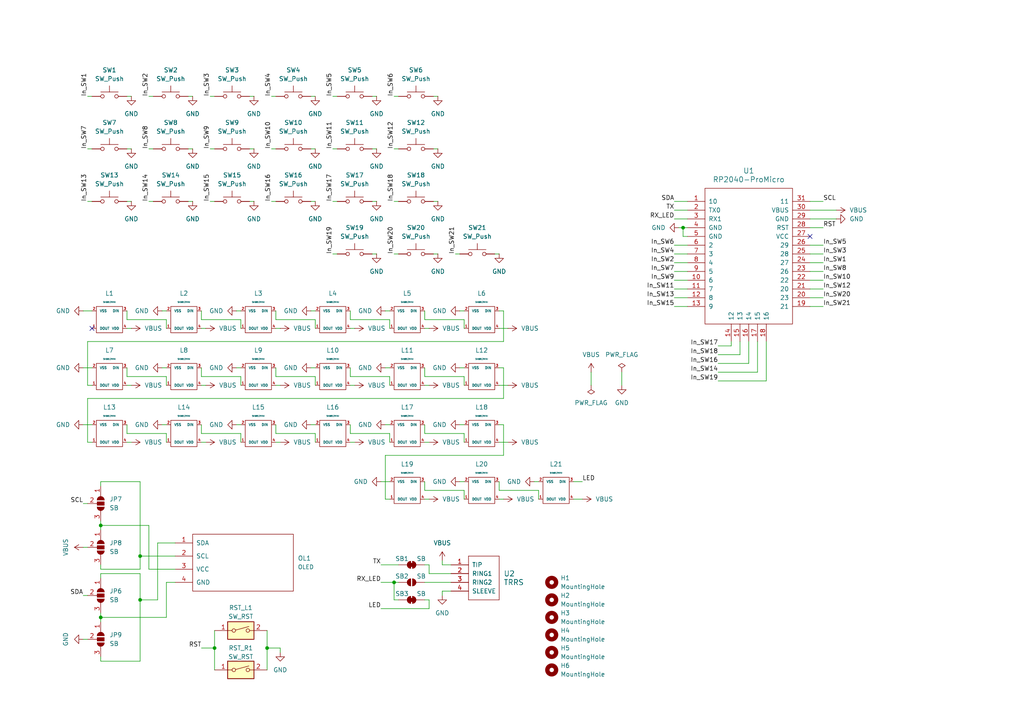
<source format=kicad_sch>
(kicad_sch (version 20231120) (generator "eeschema") (generator_version "8.0")
  (paper "A4")
  (junction (at 77.47 187.96))
  (junction (at 29.21 179.07))
  (junction (at 62.23 187.96))
  (junction (at 40.64 173.99))
  (junction (at 40.64 161.29))
  (junction (at 29.21 152.4))
  (junction (at 114.3 168.91))
  (junction (at 198.12 66.04))
  (no_connect (at 234.95 68.58))
  (no_connect (at 26.67 95.25))
  (wire (pts (xy 134.62 125.73) (xy 134.62 128.27)))
  (wire (pts (xy 29.21 167.64) (xy 29.21 166.37)))
  (wire (pts (xy 69.85 92.71) (xy 69.85 95.25)))
  (wire (pts (xy 24.13 106.68) (xy 26.67 106.68)))
  (wire (pts (xy 43.18 43.18) (xy 44.45 43.18)))
  (wire (pts (xy 124.46 166.37) (xy 130.81 166.37)))
  (wire (pts (xy 101.6 111.76) (xy 102.87 111.76)))
  (wire (pts (xy 46.99 90.17) (xy 48.26 90.17)))
  (wire (pts (xy 180.34 107.95) (xy 180.34 111.76)))
  (wire (pts (xy 101.6 106.68) (xy 101.6 109.22)))
  (wire (pts (xy 60.96 27.94) (xy 62.23 27.94)))
  (wire (pts (xy 45.72 173.99) (xy 45.72 157.48)))
  (wire (pts (xy 40.64 161.29) (xy 50.8 161.29)))
  (wire (pts (xy 107.95 27.94) (xy 109.22 27.94)))
  (wire (pts (xy 146.05 115.57) (xy 25.4 115.57)))
  (wire (pts (xy 114.3 27.94) (xy 115.57 27.94)))
  (wire (pts (xy 25.4 99.06) (xy 25.4 111.76)))
  (wire (pts (xy 234.95 76.2) (xy 238.76 76.2)))
  (wire (pts (xy 144.78 142.24) (xy 156.21 142.24)))
  (wire (pts (xy 146.05 99.06) (xy 25.4 99.06)))
  (wire (pts (xy 128.27 171.45) (xy 128.27 172.72)))
  (wire (pts (xy 29.21 179.07) (xy 48.26 179.07)))
  (wire (pts (xy 91.44 92.71) (xy 91.44 95.25)))
  (wire (pts (xy 29.21 139.7) (xy 40.64 139.7)))
  (wire (pts (xy 80.01 95.25) (xy 81.28 95.25)))
  (wire (pts (xy 234.95 88.9) (xy 238.76 88.9)))
  (wire (pts (xy 146.05 106.68) (xy 146.05 115.57)))
  (wire (pts (xy 219.71 99.06) (xy 219.71 107.95)))
  (wire (pts (xy 90.17 27.94) (xy 91.44 27.94)))
  (wire (pts (xy 134.62 142.24) (xy 134.62 144.78)))
  (wire (pts (xy 128.27 163.83) (xy 130.81 163.83)))
  (wire (pts (xy 111.76 123.19) (xy 113.03 123.19)))
  (wire (pts (xy 80.01 109.22) (xy 91.44 109.22)))
  (wire (pts (xy 36.83 125.73) (xy 48.26 125.73)))
  (wire (pts (xy 62.23 187.96) (xy 62.23 194.31)))
  (wire (pts (xy 124.46 163.83) (xy 124.46 166.37)))
  (wire (pts (xy 114.3 168.91) (xy 114.3 173.99)))
  (wire (pts (xy 198.12 66.04) (xy 199.39 66.04)))
  (wire (pts (xy 101.6 109.22) (xy 113.03 109.22)))
  (wire (pts (xy 146.05 90.17) (xy 146.05 99.06)))
  (wire (pts (xy 123.19 139.7) (xy 123.19 142.24)))
  (wire (pts (xy 101.6 128.27) (xy 102.87 128.27)))
  (wire (pts (xy 125.73 58.42) (xy 127 58.42)))
  (wire (pts (xy 48.26 92.71) (xy 48.26 95.25)))
  (wire (pts (xy 90.17 90.17) (xy 91.44 90.17)))
  (wire (pts (xy 242.57 60.96) (xy 234.95 60.96)))
  (wire (pts (xy 36.83 43.18) (xy 38.1 43.18)))
  (wire (pts (xy 58.42 90.17) (xy 58.42 92.71)))
  (wire (pts (xy 96.52 58.42) (xy 97.79 58.42)))
  (wire (pts (xy 29.21 180.34) (xy 29.21 179.07)))
  (wire (pts (xy 58.42 95.25) (xy 59.69 95.25)))
  (wire (pts (xy 96.52 43.18) (xy 97.79 43.18)))
  (wire (pts (xy 198.12 68.58) (xy 198.12 66.04)))
  (wire (pts (xy 195.58 73.66) (xy 199.39 73.66)))
  (wire (pts (xy 72.39 43.18) (xy 73.66 43.18)))
  (wire (pts (xy 111.76 106.68) (xy 113.03 106.68)))
  (wire (pts (xy 25.4 27.94) (xy 26.67 27.94)))
  (wire (pts (xy 58.42 128.27) (xy 59.69 128.27)))
  (wire (pts (xy 36.83 95.25) (xy 38.1 95.25)))
  (wire (pts (xy 114.3 58.42) (xy 115.57 58.42)))
  (wire (pts (xy 144.78 95.25) (xy 147.32 95.25)))
  (wire (pts (xy 107.95 43.18) (xy 109.22 43.18)))
  (wire (pts (xy 123.19 90.17) (xy 123.19 92.71)))
  (wire (pts (xy 80.01 111.76) (xy 81.28 111.76)))
  (wire (pts (xy 54.61 58.42) (xy 55.88 58.42)))
  (wire (pts (xy 36.83 123.19) (xy 36.83 125.73)))
  (wire (pts (xy 123.19 125.73) (xy 134.62 125.73)))
  (wire (pts (xy 25.4 43.18) (xy 26.67 43.18)))
  (wire (pts (xy 123.19 123.19) (xy 123.19 125.73)))
  (wire (pts (xy 234.95 86.36) (xy 238.76 86.36)))
  (wire (pts (xy 146.05 132.08) (xy 146.05 123.19)))
  (wire (pts (xy 45.72 157.48) (xy 50.8 157.48)))
  (wire (pts (xy 113.03 125.73) (xy 113.03 128.27)))
  (wire (pts (xy 123.19 109.22) (xy 134.62 109.22)))
  (wire (pts (xy 36.83 109.22) (xy 48.26 109.22)))
  (wire (pts (xy 40.64 191.77) (xy 40.64 173.99)))
  (wire (pts (xy 101.6 92.71) (xy 113.03 92.71)))
  (wire (pts (xy 146.05 123.19) (xy 144.78 123.19)))
  (wire (pts (xy 234.95 73.66) (xy 238.76 73.66)))
  (wire (pts (xy 144.78 128.27) (xy 147.32 128.27)))
  (wire (pts (xy 113.03 92.71) (xy 113.03 95.25)))
  (wire (pts (xy 68.58 123.19) (xy 69.85 123.19)))
  (wire (pts (xy 36.83 106.68) (xy 36.83 109.22)))
  (wire (pts (xy 80.01 123.19) (xy 80.01 125.73)))
  (wire (pts (xy 110.49 168.91) (xy 114.3 168.91)))
  (wire (pts (xy 29.21 153.67) (xy 29.21 152.4)))
  (wire (pts (xy 48.26 109.22) (xy 48.26 111.76)))
  (wire (pts (xy 80.01 106.68) (xy 80.01 109.22)))
  (wire (pts (xy 133.35 139.7) (xy 134.62 139.7)))
  (wire (pts (xy 29.21 139.7) (xy 29.21 140.97)))
  (wire (pts (xy 132.08 73.66) (xy 133.35 73.66)))
  (wire (pts (xy 54.61 43.18) (xy 55.88 43.18)))
  (wire (pts (xy 111.76 144.78) (xy 111.76 132.08)))
  (wire (pts (xy 222.25 110.49) (xy 208.28 110.49)))
  (wire (pts (xy 25.4 115.57) (xy 25.4 128.27)))
  (wire (pts (xy 217.17 99.06) (xy 217.17 105.41)))
  (wire (pts (xy 208.28 105.41) (xy 217.17 105.41)))
  (wire (pts (xy 214.63 99.06) (xy 214.63 102.87)))
  (wire (pts (xy 124.46 173.99) (xy 123.19 173.99)))
  (wire (pts (xy 68.58 106.68) (xy 69.85 106.68)))
  (wire (pts (xy 40.64 165.1) (xy 40.64 161.29)))
  (wire (pts (xy 195.58 63.5) (xy 199.39 63.5)))
  (wire (pts (xy 36.83 58.42) (xy 38.1 58.42)))
  (wire (pts (xy 69.85 125.73) (xy 69.85 128.27)))
  (wire (pts (xy 107.95 73.66) (xy 109.22 73.66)))
  (wire (pts (xy 114.3 173.99) (xy 115.57 173.99)))
  (wire (pts (xy 234.95 66.04) (xy 238.76 66.04)))
  (wire (pts (xy 195.58 88.9) (xy 199.39 88.9)))
  (wire (pts (xy 58.42 106.68) (xy 58.42 109.22)))
  (wire (pts (xy 80.01 90.17) (xy 80.01 92.71)))
  (wire (pts (xy 123.19 144.78) (xy 124.46 144.78)))
  (wire (pts (xy 58.42 109.22) (xy 69.85 109.22)))
  (wire (pts (xy 36.83 27.94) (xy 38.1 27.94)))
  (wire (pts (xy 123.19 92.71) (xy 134.62 92.71)))
  (wire (pts (xy 123.19 111.76) (xy 124.46 111.76)))
  (wire (pts (xy 25.4 58.42) (xy 26.67 58.42)))
  (wire (pts (xy 125.73 27.94) (xy 127 27.94)))
  (wire (pts (xy 113.03 109.22) (xy 113.03 111.76)))
  (wire (pts (xy 234.95 71.12) (xy 238.76 71.12)))
  (wire (pts (xy 24.13 123.19) (xy 26.67 123.19)))
  (wire (pts (xy 195.58 58.42) (xy 199.39 58.42)))
  (wire (pts (xy 133.35 123.19) (xy 134.62 123.19)))
  (wire (pts (xy 78.74 58.42) (xy 80.01 58.42)))
  (wire (pts (xy 166.37 144.78) (xy 168.91 144.78)))
  (wire (pts (xy 43.18 152.4) (xy 43.18 165.1)))
  (wire (pts (xy 234.95 78.74) (xy 238.76 78.74)))
  (wire (pts (xy 24.13 172.72) (xy 25.4 172.72)))
  (wire (pts (xy 80.01 92.71) (xy 91.44 92.71)))
  (wire (pts (xy 154.94 139.7) (xy 156.21 139.7)))
  (wire (pts (xy 90.17 123.19) (xy 91.44 123.19)))
  (wire (pts (xy 111.76 90.17) (xy 113.03 90.17)))
  (wire (pts (xy 29.21 190.5) (xy 29.21 191.77)))
  (wire (pts (xy 36.83 128.27) (xy 38.1 128.27)))
  (wire (pts (xy 133.35 106.68) (xy 134.62 106.68)))
  (wire (pts (xy 144.78 144.78) (xy 146.05 144.78)))
  (wire (pts (xy 212.09 100.33) (xy 208.28 100.33)))
  (wire (pts (xy 195.58 60.96) (xy 199.39 60.96)))
  (wire (pts (xy 78.74 43.18) (xy 80.01 43.18)))
  (wire (pts (xy 25.4 111.76) (xy 26.67 111.76)))
  (wire (pts (xy 58.42 123.19) (xy 58.42 125.73)))
  (wire (pts (xy 134.62 92.71) (xy 134.62 95.25)))
  (wire (pts (xy 195.58 86.36) (xy 199.39 86.36)))
  (wire (pts (xy 143.51 73.66) (xy 144.78 73.66)))
  (wire (pts (xy 81.28 189.23) (xy 81.28 187.96)))
  (wire (pts (xy 123.19 168.91) (xy 130.81 168.91)))
  (wire (pts (xy 48.26 168.91) (xy 50.8 168.91)))
  (wire (pts (xy 46.99 123.19) (xy 48.26 123.19)))
  (wire (pts (xy 78.74 27.94) (xy 80.01 27.94)))
  (wire (pts (xy 29.21 177.8) (xy 29.21 179.07)))
  (wire (pts (xy 212.09 99.06) (xy 212.09 100.33)))
  (wire (pts (xy 234.95 58.42) (xy 238.76 58.42)))
  (wire (pts (xy 43.18 58.42) (xy 44.45 58.42)))
  (wire (pts (xy 125.73 73.66) (xy 127 73.66)))
  (wire (pts (xy 91.44 109.22) (xy 91.44 111.76)))
  (wire (pts (xy 24.13 146.05) (xy 25.4 146.05)))
  (wire (pts (xy 29.21 191.77) (xy 40.64 191.77)))
  (wire (pts (xy 58.42 111.76) (xy 59.69 111.76)))
  (wire (pts (xy 58.42 125.73) (xy 69.85 125.73)))
  (wire (pts (xy 29.21 165.1) (xy 40.64 165.1)))
  (wire (pts (xy 110.49 163.83) (xy 115.57 163.83)))
  (wire (pts (xy 114.3 73.66) (xy 115.57 73.66)))
  (wire (pts (xy 62.23 182.88) (xy 62.23 187.96)))
  (wire (pts (xy 90.17 58.42) (xy 91.44 58.42)))
  (wire (pts (xy 128.27 162.56) (xy 128.27 163.83)))
  (wire (pts (xy 40.64 173.99) (xy 45.72 173.99)))
  (wire (pts (xy 214.63 102.87) (xy 208.28 102.87)))
  (wire (pts (xy 90.17 106.68) (xy 91.44 106.68)))
  (wire (pts (xy 77.47 187.96) (xy 81.28 187.96)))
  (wire (pts (xy 110.49 176.53) (xy 124.46 176.53)))
  (wire (pts (xy 68.58 90.17) (xy 69.85 90.17)))
  (wire (pts (xy 195.58 71.12) (xy 199.39 71.12)))
  (wire (pts (xy 123.19 95.25) (xy 124.46 95.25)))
  (wire (pts (xy 43.18 27.94) (xy 44.45 27.94)))
  (wire (pts (xy 199.39 68.58) (xy 198.12 68.58)))
  (wire (pts (xy 77.47 187.96) (xy 77.47 194.31)))
  (wire (pts (xy 46.99 106.68) (xy 48.26 106.68)))
  (wire (pts (xy 91.44 125.73) (xy 91.44 128.27)))
  (wire (pts (xy 24.13 90.17) (xy 26.67 90.17)))
  (wire (pts (xy 195.58 76.2) (xy 199.39 76.2)))
  (wire (pts (xy 69.85 109.22) (xy 69.85 111.76)))
  (wire (pts (xy 114.3 43.18) (xy 115.57 43.18)))
  (wire (pts (xy 36.83 90.17) (xy 36.83 92.71)))
  (wire (pts (xy 29.21 151.13) (xy 29.21 152.4)))
  (wire (pts (xy 134.62 109.22) (xy 134.62 111.76)))
  (wire (pts (xy 144.78 111.76) (xy 147.32 111.76)))
  (wire (pts (xy 90.17 43.18) (xy 91.44 43.18)))
  (wire (pts (xy 234.95 81.28) (xy 238.76 81.28)))
  (wire (pts (xy 40.64 139.7) (xy 40.64 161.29)))
  (wire (pts (xy 123.19 163.83) (xy 124.46 163.83)))
  (wire (pts (xy 48.26 179.07) (xy 48.26 168.91)))
  (wire (pts (xy 156.21 142.24) (xy 156.21 144.78)))
  (wire (pts (xy 60.96 58.42) (xy 62.23 58.42)))
  (wire (pts (xy 36.83 92.71) (xy 48.26 92.71)))
  (wire (pts (xy 24.13 158.75) (xy 25.4 158.75)))
  (wire (pts (xy 101.6 95.25) (xy 102.87 95.25)))
  (wire (pts (xy 124.46 176.53) (xy 124.46 173.99)))
  (wire (pts (xy 101.6 125.73) (xy 113.03 125.73)))
  (wire (pts (xy 219.71 107.95) (xy 208.28 107.95)))
  (wire (pts (xy 60.96 43.18) (xy 62.23 43.18)))
  (wire (pts (xy 234.95 83.82) (xy 238.76 83.82)))
  (wire (pts (xy 36.83 111.76) (xy 38.1 111.76)))
  (wire (pts (xy 234.95 63.5) (xy 242.57 63.5)))
  (wire (pts (xy 195.58 81.28) (xy 199.39 81.28)))
  (wire (pts (xy 123.19 128.27) (xy 124.46 128.27)))
  (wire (pts (xy 110.49 139.7) (xy 113.03 139.7)))
  (wire (pts (xy 113.03 144.78) (xy 111.76 144.78)))
  (wire (pts (xy 48.26 125.73) (xy 48.26 128.27)))
  (wire (pts (xy 101.6 123.19) (xy 101.6 125.73)))
  (wire (pts (xy 123.19 142.24) (xy 134.62 142.24)))
  (wire (pts (xy 72.39 27.94) (xy 73.66 27.94)))
  (wire (pts (xy 29.21 166.37) (xy 40.64 166.37)))
  (wire (pts (xy 101.6 90.17) (xy 101.6 92.71)))
  (wire (pts (xy 29.21 152.4) (xy 43.18 152.4)))
  (wire (pts (xy 58.42 92.71) (xy 69.85 92.71)))
  (wire (pts (xy 146.05 90.17) (xy 144.78 90.17)))
  (wire (pts (xy 196.85 66.04) (xy 198.12 66.04)))
  (wire (pts (xy 171.45 107.95) (xy 171.45 111.76)))
  (wire (pts (xy 80.01 125.73) (xy 91.44 125.73)))
  (wire (pts (xy 130.81 171.45) (xy 128.27 171.45)))
  (wire (pts (xy 77.47 187.96) (xy 77.47 182.88)))
  (wire (pts (xy 114.3 168.91) (xy 115.57 168.91)))
  (wire (pts (xy 72.39 58.42) (xy 73.66 58.42)))
  (wire (pts (xy 133.35 90.17) (xy 134.62 90.17)))
  (wire (pts (xy 80.01 128.27) (xy 81.28 128.27)))
  (wire (pts (xy 96.52 73.66) (xy 97.79 73.66)))
  (wire (pts (xy 195.58 83.82) (xy 199.39 83.82)))
  (wire (pts (xy 123.19 106.68) (xy 123.19 109.22)))
  (wire (pts (xy 125.73 43.18) (xy 127 43.18)))
  (wire (pts (xy 54.61 27.94) (xy 55.88 27.94)))
  (wire (pts (xy 195.58 78.74) (xy 199.39 78.74)))
  (wire (pts (xy 96.52 27.94) (xy 97.79 27.94)))
  (wire (pts (xy 107.95 58.42) (xy 109.22 58.42)))
  (wire (pts (xy 43.18 165.1) (xy 50.8 165.1)))
  (wire (pts (xy 111.76 132.08) (xy 146.05 132.08)))
  (wire (pts (xy 25.4 128.27) (xy 26.67 128.27)))
  (wire (pts (xy 29.21 163.83) (xy 29.21 165.1)))
  (wire (pts (xy 144.78 139.7) (xy 144.78 142.24)))
  (wire (pts (xy 146.05 106.68) (xy 144.78 106.68)))
  (wire (pts (xy 40.64 173.99) (xy 40.64 166.37)))
  (wire (pts (xy 166.37 139.7) (xy 168.91 139.7)))
  (wire (pts (xy 222.25 99.06) (xy 222.25 110.49)))
  (wire (pts (xy 58.42 187.96) (xy 62.23 187.96)))
  (wire (pts (xy 24.13 185.42) (xy 25.4 185.42)))
  (label "LED" (at 110.49 176.53 180))
  (label "In_SW2" (at 195.58 76.2 180))
  (label "In_SW19" (at 96.52 73.66 90))
  (label "In_SW6" (at 195.58 71.12 180))
  (label "In_SW11" (at 96.52 43.18 90))
  (label "In_SW21" (at 132.08 73.66 90))
  (label "In_SW13" (at 195.58 86.36 180))
  (label "In_SW8" (at 238.76 78.74 0))
  (label "RX_LED" (at 195.58 63.5 180))
  (label "TX" (at 110.49 163.83 180))
  (label "In_SW18" (at 114.3 58.42 90))
  (label "In_SW4" (at 78.74 27.94 90))
  (label "In_SW20" (at 114.3 73.66 90))
  (label "In_SW2" (at 43.18 27.94 90))
  (label "In_SW9" (at 195.58 81.28 180))
  (label "RST" (at 238.76 66.04 0))
  (label "In_SW10" (at 78.74 43.18 90))
  (label "In_SW1" (at 238.76 76.2 0))
  (label "In_SW17" (at 96.52 58.42 90))
  (label "In_SW19" (at 208.28 110.49 180))
  (label "In_SW7" (at 25.4 43.18 90))
  (label "In_SW12" (at 114.3 43.18 90))
  (label "In_SW3" (at 238.76 73.66 0))
  (label "TX" (at 195.58 60.96 180))
  (label "SCL" (at 24.13 146.05 180))
  (label "In_SW1" (at 25.4 27.94 90))
  (label "In_SW20" (at 238.76 86.36 0))
  (label "In_SW5" (at 238.76 71.12 0))
  (label "In_SW4" (at 195.58 73.66 180))
  (label "In_SW17" (at 208.28 100.33 180))
  (label "In_SW14" (at 43.18 58.42 90))
  (label "SCL" (at 238.76 58.42 0))
  (label "LED" (at 168.91 139.7 0))
  (label "RST" (at 58.42 187.96 180))
  (label "In_SW7" (at 195.58 78.74 180))
  (label "In_SW11" (at 195.58 83.82 180))
  (label "In_SW3" (at 60.96 27.94 90))
  (label "In_SW16" (at 78.74 58.42 90))
  (label "In_SW18" (at 208.28 102.87 180))
  (label "In_SW5" (at 96.52 27.94 90))
  (label "In_SW12" (at 238.76 83.82 0))
  (label "In_SW9" (at 60.96 43.18 90))
  (label "RX_LED" (at 110.49 168.91 180))
  (label "In_SW15" (at 195.58 88.9 180))
  (label "In_SW14" (at 208.28 107.95 180))
  (label "In_SW10" (at 238.76 81.28 0))
  (label "In_SW8" (at 43.18 43.18 90))
  (label "SDA" (at 195.58 58.42 180))
  (label "In_SW16" (at 208.28 105.41 180))
  (label "In_SW13" (at 25.4 58.42 90))
  (label "In_SW15" (at 60.96 58.42 90))
  (label "In_SW6" (at 114.3 27.94 90))
  (label "SDA" (at 24.13 172.72 180))
  (label "In_SW21" (at 238.76 88.9 0))
  (symbol (lib_id "power:GND") (at 109.22 43.18 0) (unit 1)
    (property "Reference" "#PWR015" (effects (hide yes)))
    (property "Value" "GND" (at 109.22 48.26 0))
    (property "Description" "Power symbol creates a global label with name \"GND\" , ground" (effects (hide yes)))
  )
  (symbol (lib_id "power:GND") (at 46.99 106.68 270) (unit 1)
    (property "Reference" "#PWR043" (effects (hide yes)))
    (property "Value" "GND" (at 43.18 106.6799 90) (effects (justify right)))
    (property "Description" "Power symbol creates a global label with name \"GND\" , ground" (effects (hide yes)))
  )
  (symbol (lib_id "power:GND") (at 133.35 90.17 270) (unit 1)
    (property "Reference" "#PWR059" (effects (hide yes)))
    (property "Value" "GND" (at 129.54 90.1699 90) (effects (justify right)))
    (property "Description" "Power symbol creates a global label with name \"GND\" , ground" (effects (hide yes)))
  )
  (symbol (lib_id "Switch:SW_DIP_x01") (at 69.85 194.31 0) (unit 1)
    (property "Reference" "RST_R1" (at 69.85 187.96 0))
    (property "Value" "SW_RST" (at 69.85 190.5 0))
    (property "Footprint" "cornia-footprints:SW_SMD_4x4mm" (effects (hide yes)))
    (property "Description" "1x DIP Switch, Single Pole Single Throw (SPST) switch, small symbol" (effects (hide yes)))
  )
  (symbol (lib_id "power:GND") (at 55.88 58.42 0) (unit 1)
    (property "Reference" "#PWR08" (effects (hide yes)))
    (property "Value" "GND" (at 55.88 63.5 0))
    (property "Description" "Power symbol creates a global label with name \"GND\" , ground" (effects (hide yes)))
  )
  (symbol (lib_id "Switch:SW_Push") (at 49.53 43.18 0) (unit 1)
    (property "Reference" "SW8" (at 49.53 35.56 0))
    (property "Value" "SW_Push" (at 49.53 38.1 0))
    (property "Footprint" "cornia-footprints:keyswitch_cherrymx_hotswap_reversible_1u" (effects (hide yes)))
    (property "Description" "Push button switch, generic, two pins" (effects (hide yes)))
  )
  (symbol (lib_id "Switch:SW_Push") (at 120.65 27.94 0) (unit 1)
    (property "Reference" "SW6" (at 120.65 20.32 0))
    (property "Value" "SW_Push" (at 120.65 22.86 0))
    (property "Footprint" "cornia-footprints:keyswitch_cherrymx_hotswap_reversible_1u" (effects (hide yes)))
    (property "Description" "Push button switch, generic, two pins" (effects (hide yes)))
  )
  (symbol (lib_id "power:VBUS") (at 124.46 111.76 270) (unit 1)
    (property "Reference" "#PWR060" (effects (hide yes)))
    (property "Value" "VBUS" (at 128.27 111.7599 90) (effects (justify left)))
    (property "Description" "Power symbol creates a global label with name \"VBUS\"" (effects (hide yes)))
  )
  (symbol (lib_id "power:VBUS") (at 242.57 60.96 270) (unit 1)
    (property "Reference" "#PWR022" (effects (hide yes)))
    (property "Value" "VBUS" (at 246.38 60.9599 90) (effects (justify left)))
    (property "Description" "Power symbol creates a global label with name \"VBUS\"" (effects (hide yes)))
  )
  (symbol (lib_id "cornia:SK6812MINI") (at 74.93 92.71 0) (mirror x) (unit 1)
    (property "Reference" "L3" (at 74.93 85.09 0) (effects (font (size 1.2954 1.2954))))
    (property "Value" "SK6812MINI" (at 74.93 87.63 0) (effects (font (size 0.4064 0.4064))))
    (property "Footprint" "cornia-footprints:YS-SK6812MINI-E" (effects (hide yes)))
  )
  (symbol (lib_id "cornia:SK6812MINI") (at 118.11 109.22 0) (mirror x) (unit 1)
    (property "Reference" "L11" (at 118.11 101.6 0) (effects (font (size 1.2954 1.2954))))
    (property "Value" "SK6812MINI" (at 118.11 104.14 0) (effects (font (size 0.4064 0.4064))))
    (property "Footprint" "cornia-footprints:YS-SK6812MINI-E" (effects (hide yes)))
  )
  (symbol (lib_id "cornia:SK6812MINI") (at 118.11 142.24 0) (mirror x) (unit 1)
    (property "Reference" "L19" (at 118.11 134.62 0) (effects (font (size 1.2954 1.2954))))
    (property "Value" "SK6812MINI" (at 118.11 137.16 0) (effects (font (size 0.4064 0.4064))))
    (property "Footprint" "cornia-footprints:YS-SK6812MINI-E" (effects (hide yes)))
  )
  (symbol (lib_id "power:GND") (at 127 27.94 0) (unit 1)
    (property "Reference" "#PWR06" (effects (hide yes)))
    (property "Value" "GND" (at 127 33.02 0))
    (property "Description" "Power symbol creates a global label with name \"GND\" , ground" (effects (hide yes)))
  )
  (symbol (lib_id "Switch:SW_Push") (at 31.75 58.42 0) (unit 1)
    (property "Reference" "SW13" (at 31.75 50.8 0))
    (property "Value" "SW_Push" (at 31.75 53.34 0))
    (property "Footprint" "cornia-footprints:keyswitch_cherrymx_hotswap_reversible_1u" (effects (hide yes)))
    (property "Description" "Push button switch, generic, two pins" (effects (hide yes)))
  )
  (symbol (lib_id "Switch:SW_Push") (at 120.65 73.66 0) (unit 1)
    (property "Reference" "SW20" (at 120.65 66.04 0))
    (property "Value" "SW_Push" (at 120.65 68.58 0))
    (property "Footprint" "cornia-footprints:keyswitch_cherrymx_hotswap_reversible_1u" (effects (hide yes)))
    (property "Description" "Push button switch, generic, two pins" (effects (hide yes)))
  )
  (symbol (lib_id "power:GND") (at 111.76 123.19 270) (unit 1)
    (property "Reference" "#PWR035" (effects (hide yes)))
    (property "Value" "GND" (at 107.95 123.1899 90) (effects (justify right)))
    (property "Description" "Power symbol creates a global label with name \"GND\" , ground" (effects (hide yes)))
  )
  (symbol (lib_id "power:GND") (at 91.44 58.42 0) (unit 1)
    (property "Reference" "#PWR018" (effects (hide yes)))
    (property "Value" "GND" (at 91.44 63.5 0))
    (property "Description" "Power symbol creates a global label with name \"GND\" , ground" (effects (hide yes)))
  )
  (symbol (lib_id "cornia:SK6812MINI") (at 74.93 109.22 0) (mirror x) (unit 1)
    (property "Reference" "L9" (at 74.93 101.6 0) (effects (font (size 1.2954 1.2954))))
    (property "Value" "SK6812MINI" (at 74.93 104.14 0) (effects (font (size 0.4064 0.4064))))
    (property "Footprint" "cornia-footprints:YS-SK6812MINI-E" (effects (hide yes)))
  )
  (symbol (lib_id "Switch:SW_Push") (at 67.31 27.94 0) (unit 1)
    (property "Reference" "SW3" (at 67.31 20.32 0))
    (property "Value" "SW_Push" (at 67.31 22.86 0))
    (property "Footprint" "cornia-footprints:keyswitch_cherrymx_hotswap_reversible_1u" (effects (hide yes)))
    (property "Description" "Push button switch, generic, two pins" (effects (hide yes)))
  )
  (symbol (lib_id "cornia:SK6812MINI") (at 74.93 125.73 0) (mirror x) (unit 1)
    (property "Reference" "L15" (at 74.93 118.11 0) (effects (font (size 1.2954 1.2954))))
    (property "Value" "SK6812MINI" (at 74.93 120.65 0) (effects (font (size 0.4064 0.4064))))
    (property "Footprint" "cornia-footprints:YS-SK6812MINI-E" (effects (hide yes)))
  )
  (symbol (lib_id "Mechanical:MountingHole") (at 160.02 179.07 0) (unit 1) (exclude_from_sim yes) (in_bom no)
    (property "Reference" "H3" (at 162.56 177.7999 0) (effects (justify left)))
    (property "Value" "MountingHole" (at 162.56 180.3399 0) (effects (justify left)))
    (property "Footprint" "cornia-footprints:MountingHole_5mm" (effects (hide yes)))
    (property "Description" "Mounting Hole without connection" (effects (hide yes)))
  )
  (symbol (lib_id "power:GND") (at 73.66 58.42 0) (unit 1)
    (property "Reference" "#PWR021" (effects (hide yes)))
    (property "Value" "GND" (at 73.66 63.5 0))
    (property "Description" "Power symbol creates a global label with name \"GND\" , ground" (effects (hide yes)))
  )
  (symbol (lib_id "power:VBUS") (at 124.46 128.27 270) (unit 1)
    (property "Reference" "#PWR032" (effects (hide yes)))
    (property "Value" "VBUS" (at 128.27 128.2699 90) (effects (justify left)))
    (property "Description" "Power symbol creates a global label with name \"VBUS\"" (effects (hide yes)))
  )
  (symbol (lib_id "cornia:SK6812MINI") (at 53.34 109.22 0) (mirror x) (unit 1)
    (property "Reference" "L8" (at 53.34 101.6 0) (effects (font (size 1.2954 1.2954))))
    (property "Value" "SK6812MINI" (at 53.34 104.14 0) (effects (font (size 0.4064 0.4064))))
    (property "Footprint" "cornia-footprints:YS-SK6812MINI-E" (effects (hide yes)))
  )
  (symbol (lib_id "Switch:SW_Push") (at 31.75 43.18 0) (unit 1)
    (property "Reference" "SW7" (at 31.75 35.56 0))
    (property "Value" "SW_Push" (at 31.75 38.1 0))
    (property "Footprint" "cornia-footprints:keyswitch_cherrymx_hotswap_reversible_1u" (effects (hide yes)))
    (property "Description" "Push button switch, generic, two pins" (effects (hide yes)))
  )
  (symbol (lib_id "power:GND") (at 38.1 43.18 0) (unit 1)
    (property "Reference" "#PWR07" (effects (hide yes)))
    (property "Value" "GND" (at 38.1 48.26 0))
    (property "Description" "Power symbol creates a global label with name \"GND\" , ground" (effects (hide yes)))
  )
  (symbol (lib_id "power:GND") (at 73.66 27.94 0) (unit 1)
    (property "Reference" "#PWR03" (effects (hide yes)))
    (property "Value" "GND" (at 73.66 33.02 0))
    (property "Description" "Power symbol creates a global label with name \"GND\" , ground" (effects (hide yes)))
  )
  (symbol (lib_id "Switch:SW_Push") (at 31.75 27.94 0) (unit 1)
    (property "Reference" "SW1" (at 31.75 20.32 0))
    (property "Value" "SW_Push" (at 31.75 22.86 0))
    (property "Footprint" "cornia-footprints:keyswitch_cherrymx_hotswap_reversible_1u" (effects (hide yes)))
    (property "Description" "Push button switch, generic, two pins" (effects (hide yes)))
  )
  (symbol (lib_id "power:GND") (at 144.78 73.66 0) (unit 1)
    (property "Reference" "#PWR09" (effects (hide yes)))
    (property "Value" "GND" (at 144.78 78.74 0))
    (property "Description" "Power symbol creates a global label with name \"GND\" , ground" (effects (hide yes)))
  )
  (symbol (lib_id "Jumper:SolderJumper_3_Open") (at 29.21 185.42 270) (unit 1) (exclude_from_sim yes) (in_bom no)
    (property "Reference" "JP9" (at 31.75 184.1499 90) (effects (justify left)))
    (property "Value" "SB" (at 31.75 186.6899 90) (effects (justify left)))
    (property "Footprint" "cornia-footprints:SolderJumper-3" (effects (hide yes)))
    (property "Description" "Solder Jumper, 3-pole, open" (effects (hide yes)))
  )
  (symbol (lib_id "Mechanical:MountingHole") (at 160.02 189.23 0) (unit 1) (exclude_from_sim yes) (in_bom no)
    (property "Reference" "H5" (at 162.56 187.9599 0) (effects (justify left)))
    (property "Value" "MountingHole" (at 162.56 190.4999 0) (effects (justify left)))
    (property "Footprint" "cornia-footprints:MountingHole_5mm" (effects (hide yes)))
    (property "Description" "Mounting Hole without connection" (effects (hide yes)))
  )
  (symbol (lib_id "Switch:SW_Push") (at 49.53 27.94 0) (unit 1)
    (property "Reference" "SW2" (at 49.53 20.32 0))
    (property "Value" "SW_Push" (at 49.53 22.86 0))
    (property "Footprint" "cornia-footprints:keyswitch_cherrymx_hotswap_reversible_1u" (effects (hide yes)))
    (property "Description" "Push button switch, generic, two pins" (effects (hide yes)))
  )
  (symbol (lib_id "cornia:SK6812MINI") (at 139.7 109.22 0) (mirror x) (unit 1)
    (property "Reference" "L12" (at 139.7 101.6 0) (effects (font (size 1.2954 1.2954))))
    (property "Value" "SK6812MINI" (at 139.7 104.14 0) (effects (font (size 0.4064 0.4064))))
    (property "Footprint" "cornia-footprints:YS-SK6812MINI-E" (effects (hide yes)))
  )
  (symbol (lib_id "power:VBUS") (at 59.69 95.25 270) (unit 1)
    (property "Reference" "#PWR046" (effects (hide yes)))
    (property "Value" "VBUS" (at 63.5 95.2499 90) (effects (justify left)))
    (property "Description" "Power symbol creates a global label with name \"VBUS\"" (effects (hide yes)))
  )
  (symbol (lib_id "Switch:SW_Push") (at 67.31 43.18 0) (unit 1)
    (property "Reference" "SW9" (at 67.31 35.56 0))
    (property "Value" "SW_Push" (at 67.31 38.1 0))
    (property "Footprint" "cornia-footprints:keyswitch_cherrymx_hotswap_reversible_1u" (effects (hide yes)))
    (property "Description" "Push button switch, generic, two pins" (effects (hide yes)))
  )
  (symbol (lib_id "power:GND") (at 154.94 139.7 270) (unit 1)
    (property "Reference" "#PWR029" (effects (hide yes)))
    (property "Value" "GND" (at 151.13 139.6999 90) (effects (justify right)))
    (property "Description" "Power symbol creates a global label with name \"GND\" , ground" (effects (hide yes)))
  )
  (symbol (lib_id "cornia:OLED") (at 69.85 163.83 0) (unit 1)
    (property "Reference" "OL1" (at 86.36 161.925 0) (effects (font (size 1.2954 1.2954)) (justify left)))
    (property "Value" "OLED" (at 86.36 164.465 0) (effects (font (size 1.1938 1.1938)) (justify left)))
    (property "Footprint" "cornia-footprints:OLED" (effects (hide yes)))
  )
  (symbol (lib_id "power:GND") (at 109.22 58.42 0) (unit 1)
    (property "Reference" "#PWR017" (effects (hide yes)))
    (property "Value" "GND" (at 109.22 63.5 0))
    (property "Description" "Power symbol creates a global label with name \"GND\" , ground" (effects (hide yes)))
  )
  (symbol (lib_id "Switch:SW_Push") (at 102.87 73.66 0) (unit 1)
    (property "Reference" "SW19" (at 102.87 66.04 0))
    (property "Value" "SW_Push" (at 102.87 68.58 0))
    (property "Footprint" "cornia-footprints:keyswitch_cherrymx_hotswap_reversible_1u" (effects (hide yes)))
    (property "Description" "Push button switch, generic, two pins" (effects (hide yes)))
  )
  (symbol (lib_id "cornia:SK6812MINI") (at 118.11 125.73 0) (mirror x) (unit 1)
    (property "Reference" "L17" (at 118.11 118.11 0) (effects (font (size 1.2954 1.2954))))
    (property "Value" "SK6812MINI" (at 118.11 120.65 0) (effects (font (size 0.4064 0.4064))))
    (property "Footprint" "cornia-footprints:YS-SK6812MINI-E" (effects (hide yes)))
  )
  (symbol (lib_id "Switch:SW_DIP_x01") (at 69.85 182.88 0) (unit 1)
    (property "Reference" "RST_L1" (at 69.85 176.276 0))
    (property "Value" "SW_RST" (at 69.85 178.816 0))
    (property "Footprint" "cornia-footprints:SW_SMD_4x4mm" (effects (hide yes)))
    (property "Description" "1x DIP Switch, Single Pole Single Throw (SPST) switch, small symbol" (effects (hide yes)))
  )
  (symbol (lib_id "power:GND") (at 24.13 123.19 270) (unit 1)
    (property "Reference" "#PWR066" (effects (hide yes)))
    (property "Value" "GND" (at 20.32 123.1899 90) (effects (justify right)))
    (property "Description" "Power symbol creates a global label with name \"GND\" , ground" (effects (hide yes)))
  )
  (symbol (lib_id "power:PWR_FLAG") (at 180.34 107.95 0) (unit 1)
    (property "Reference" "#FLG02" (effects (hide yes)))
    (property "Value" "PWR_FLAG" (at 180.34 102.87 0))
    (property "Description" "Special symbol for telling ERC where power comes from" (effects (hide yes)))
  )
  (symbol (lib_id "cornia:SK6812MINI") (at 139.7 92.71 0) (mirror x) (unit 1)
    (property "Reference" "L6" (at 139.7 85.09 0) (effects (font (size 1.2954 1.2954))))
    (property "Value" "SK6812MINI" (at 139.7 87.63 0) (effects (font (size 0.4064 0.4064))))
    (property "Footprint" "cornia-footprints:YS-SK6812MINI-E" (effects (hide yes)))
  )
  (symbol (lib_id "Jumper:SolderJumper_2_Bridged") (at 119.38 163.83 0) (unit 1) (exclude_from_sim yes) (in_bom no)
    (property "Reference" "SB1" (at 116.586 162.052 0))
    (property "Value" "SB" (at 122.174 162.052 0))
    (property "Footprint" "Jumper:SolderJumper-2_P1.3mm_Bridged_RoundedPad1.0x1.5mm" (effects (hide yes)))
    (property "Description" "Solder Jumper, 2-pole, closed/bridged" (effects (hide yes)))
  )
  (symbol (lib_id "Switch:SW_Push") (at 85.09 58.42 0) (unit 1)
    (property "Reference" "SW16" (at 85.09 50.8 0))
    (property "Value" "SW_Push" (at 85.09 53.34 0))
    (property "Footprint" "cornia-footprints:keyswitch_cherrymx_hotswap_reversible_1u" (effects (hide yes)))
    (property "Description" "Push button switch, generic, two pins" (effects (hide yes)))
  )
  (symbol (lib_id "Jumper:SolderJumper_3_Open") (at 29.21 172.72 270) (unit 1) (exclude_from_sim yes) (in_bom no)
    (property "Reference" "JP6" (at 31.75 171.4499 90) (effects (justify left)))
    (property "Value" "SB" (at 31.75 173.9899 90) (effects (justify left)))
    (property "Footprint" "cornia-footprints:SolderJumper-3" (effects (hide yes)))
    (property "Description" "Solder Jumper, 3-pole, open" (effects (hide yes)))
  )
  (symbol (lib_id "Switch:SW_Push") (at 85.09 27.94 0) (unit 1)
    (property "Reference" "SW4" (at 85.09 20.32 0))
    (property "Value" "SW_Push" (at 85.09 22.86 0))
    (property "Footprint" "cornia-footprints:keyswitch_cherrymx_hotswap_reversible_1u" (effects (hide yes)))
    (property "Description" "Push button switch, generic, two pins" (effects (hide yes)))
  )
  (symbol (lib_id "power:GND") (at 55.88 43.18 0) (unit 1)
    (property "Reference" "#PWR020" (effects (hide yes)))
    (property "Value" "GND" (at 55.88 48.26 0))
    (property "Description" "Power symbol creates a global label with name \"GND\" , ground" (effects (hide yes)))
  )
  (symbol (lib_id "power:VBUS") (at 147.32 128.27 270) (unit 1)
    (property "Reference" "#PWR063" (effects (hide yes)))
    (property "Value" "VBUS" (at 151.13 128.2699 90) (effects (justify left)))
    (property "Description" "Power symbol creates a global label with name \"VBUS\"" (effects (hide yes)))
  )
  (symbol (lib_id "cornia:TRRS") (at 139.7 173.99 0) (unit 1)
    (property "Reference" "U2" (at 146.05 166.3699 0) (effects (font (size 1.524 1.524)) (justify left)))
    (property "Value" "TRRS" (at 146.05 168.9099 0) (effects (font (size 1.524 1.524)) (justify left)))
    (property "Footprint" "cornia-footprints:TRRS" (effects (hide yes)))
  )
  (symbol (lib_id "power:GND") (at 133.35 139.7 270) (unit 1)
    (property "Reference" "#PWR031" (effects (hide yes)))
    (property "Value" "GND" (at 129.54 139.6999 90) (effects (justify right)))
    (property "Description" "Power symbol creates a global label with name \"GND\" , ground" (effects (hide yes)))
  )
  (symbol (lib_id "Mechanical:MountingHole") (at 160.02 194.31 0) (unit 1) (exclude_from_sim yes) (in_bom no)
    (property "Reference" "H6" (at 162.56 193.0399 0) (effects (justify left)))
    (property "Value" "MountingHole" (at 162.56 195.5799 0) (effects (justify left)))
    (property "Footprint" "cornia-footprints:MountingHole_5mm" (effects (hide yes)))
    (property "Description" "Mounting Hole without connection" (effects (hide yes)))
  )
  (symbol (lib_id "power:VBUS") (at 124.46 95.25 270) (unit 1)
    (property "Reference" "#PWR058" (effects (hide yes)))
    (property "Value" "VBUS" (at 128.27 95.2499 90) (effects (justify left)))
    (property "Description" "Power symbol creates a global label with name \"VBUS\"" (effects (hide yes)))
  )
  (symbol (lib_id "power:GND") (at 73.66 43.18 0) (unit 1)
    (property "Reference" "#PWR019" (effects (hide yes)))
    (property "Value" "GND" (at 73.66 48.26 0))
    (property "Description" "Power symbol creates a global label with name \"GND\" , ground" (effects (hide yes)))
  )
  (symbol (lib_id "power:GND") (at 133.35 123.19 270) (unit 1)
    (property "Reference" "#PWR033" (effects (hide yes)))
    (property "Value" "GND" (at 129.54 123.1899 90) (effects (justify right)))
    (property "Description" "Power symbol creates a global label with name \"GND\" , ground" (effects (hide yes)))
  )
  (symbol (lib_id "power:GND") (at 180.34 111.76 0) (unit 1)
    (property "Reference" "#PWR073" (effects (hide yes)))
    (property "Value" "GND" (at 180.34 116.84 0))
    (property "Description" "Power symbol creates a global label with name \"GND\" , ground" (effects (hide yes)))
  )
  (symbol (lib_id "power:GND") (at 109.22 73.66 0) (unit 1)
    (property "Reference" "#PWR013" (effects (hide yes)))
    (property "Value" "GND" (at 109.22 78.74 0))
    (property "Description" "Power symbol creates a global label with name \"GND\" , ground" (effects (hide yes)))
  )
  (symbol (lib_id "Jumper:SolderJumper_2_Open") (at 119.38 168.91 0) (unit 1) (exclude_from_sim yes) (in_bom no)
    (property "Reference" "SB2" (at 116.586 167.132 0))
    (property "Value" "SB" (at 122.174 167.132 0))
    (property "Footprint" "Jumper:SolderJumper-2_P1.3mm_Open_RoundedPad1.0x1.5mm" (effects (hide yes)))
    (property "Description" "Solder Jumper, 2-pole, open" (effects (hide yes)))
  )
  (symbol (lib_id "power:GND") (at 91.44 43.18 0) (unit 1)
    (property "Reference" "#PWR016" (effects (hide yes)))
    (property "Value" "GND" (at 91.44 48.26 0))
    (property "Description" "Power symbol creates a global label with name \"GND\" , ground" (effects (hide yes)))
  )
  (symbol (lib_id "power:GND") (at 46.99 90.17 270) (unit 1)
    (property "Reference" "#PWR045" (effects (hide yes)))
    (property "Value" "GND" (at 43.18 90.1699 90) (effects (justify right)))
    (property "Description" "Power symbol creates a global label with name \"GND\" , ground" (effects (hide yes)))
  )
  (symbol (lib_id "power:VBUS") (at 81.28 111.76 270) (unit 1)
    (property "Reference" "#PWR050" (effects (hide yes)))
    (property "Value" "VBUS" (at 85.09 111.7599 90) (effects (justify left)))
    (property "Description" "Power symbol creates a global label with name \"VBUS\"" (effects (hide yes)))
  )
  (symbol (lib_id "power:GND") (at 55.88 27.94 0) (unit 1)
    (property "Reference" "#PWR02" (effects (hide yes)))
    (property "Value" "GND" (at 55.88 33.02 0))
    (property "Description" "Power symbol creates a global label with name \"GND\" , ground" (effects (hide yes)))
  )
  (symbol (lib_id "power:GND") (at 91.44 27.94 0) (unit 1)
    (property "Reference" "#PWR04" (effects (hide yes)))
    (property "Value" "GND" (at 91.44 33.02 0))
    (property "Description" "Power symbol creates a global label with name \"GND\" , ground" (effects (hide yes)))
  )
  (symbol (lib_id "cornia:SK6812MINI") (at 139.7 142.24 0) (mirror x) (unit 1)
    (property "Reference" "L20" (at 139.7 134.62 0) (effects (font (size 1.2954 1.2954))))
    (property "Value" "SK6812MINI" (at 139.7 137.16 0) (effects (font (size 0.4064 0.4064))))
    (property "Footprint" "cornia-footprints:YS-SK6812MINI-E" (effects (hide yes)))
  )
  (symbol (lib_id "Switch:SW_Push") (at 85.09 43.18 0) (unit 1)
    (property "Reference" "SW10" (at 85.09 35.56 0))
    (property "Value" "SW_Push" (at 85.09 38.1 0))
    (property "Footprint" "cornia-footprints:keyswitch_cherrymx_hotswap_reversible_1u" (effects (hide yes)))
    (property "Description" "Push button switch, generic, two pins" (effects (hide yes)))
  )
  (symbol (lib_id "cornia:SK6812MINI") (at 118.11 92.71 0) (mirror x) (unit 1)
    (property "Reference" "L5" (at 118.11 85.09 0) (effects (font (size 1.2954 1.2954))))
    (property "Value" "SK6812MINI" (at 118.11 87.63 0) (effects (font (size 0.4064 0.4064))))
    (property "Footprint" "cornia-footprints:YS-SK6812MINI-E" (effects (hide yes)))
  )
  (symbol (lib_id "cornia:RP2040-ProMicro") (at 217.17 74.93 0) (unit 1)
    (property "Reference" "U1" (at 217.17 49.53 0) (effects (font (size 1.524 1.524))))
    (property "Value" "RP2040-ProMicro" (at 217.17 52.07 0) (effects (font (size 1.524 1.524))))
    (property "Footprint" "cornia-footprints:RP2040-ProMicro" (effects (hide yes)))
  )
  (symbol (lib_id "Switch:SW_Push") (at 120.65 43.18 0) (unit 1)
    (property "Reference" "SW12" (at 120.65 35.56 0))
    (property "Value" "SW_Push" (at 120.65 38.1 0))
    (property "Footprint" "cornia-footprints:keyswitch_cherrymx_hotswap_reversible_1u" (effects (hide yes)))
    (property "Description" "Push button switch, generic, two pins" (effects (hide yes)))
  )
  (symbol (lib_id "power:VBUS") (at 81.28 95.25 270) (unit 1)
    (property "Reference" "#PWR052" (effects (hide yes)))
    (property "Value" "VBUS" (at 85.09 95.2499 90) (effects (justify left)))
    (property "Description" "Power symbol creates a global label with name \"VBUS\"" (effects (hide yes)))
  )
  (symbol (lib_id "Mechanical:MountingHole") (at 160.02 168.91 0) (unit 1) (exclude_from_sim yes) (in_bom no)
    (property "Reference" "H1" (at 162.56 167.6399 0) (effects (justify left)))
    (property "Value" "MountingHole" (at 162.56 170.1799 0) (effects (justify left)))
    (property "Footprint" "cornia-footprints:MountingHole_5mm" (effects (hide yes)))
    (property "Description" "Mounting Hole without connection" (effects (hide yes)))
  )
  (symbol (lib_id "power:GND") (at 38.1 58.42 0) (unit 1)
    (property "Reference" "#PWR011" (effects (hide yes)))
    (property "Value" "GND" (at 38.1 63.5 0))
    (property "Description" "Power symbol creates a global label with name \"GND\" , ground" (effects (hide yes)))
  )
  (symbol (lib_id "power:GND") (at 111.76 90.17 270) (unit 1)
    (property "Reference" "#PWR055" (effects (hide yes)))
    (property "Value" "GND" (at 107.95 90.1699 90) (effects (justify right)))
    (property "Description" "Power symbol creates a global label with name \"GND\" , ground" (effects (hide yes)))
  )
  (symbol (lib_id "power:VBUS") (at 102.87 111.76 270) (unit 1)
    (property "Reference" "#PWR056" (effects (hide yes)))
    (property "Value" "VBUS" (at 106.68 111.7599 90) (effects (justify left)))
    (property "Description" "Power symbol creates a global label with name \"VBUS\"" (effects (hide yes)))
  )
  (symbol (lib_id "power:GND") (at 24.13 106.68 270) (unit 1)
    (property "Reference" "#PWR067" (effects (hide yes)))
    (property "Value" "GND" (at 20.32 106.6799 90) (effects (justify right)))
    (property "Description" "Power symbol creates a global label with name \"GND\" , ground" (effects (hide yes)))
  )
  (symbol (lib_id "power:VBUS") (at 38.1 95.25 270) (unit 1)
    (property "Reference" "#PWR044" (effects (hide yes)))
    (property "Value" "VBUS" (at 41.91 95.2499 90) (effects (justify left)))
    (property "Description" "Power symbol creates a global label with name \"VBUS\"" (effects (hide yes)))
  )
  (symbol (lib_id "Jumper:SolderJumper_3_Open") (at 29.21 158.75 270) (unit 1) (exclude_from_sim yes) (in_bom no)
    (property "Reference" "JP8" (at 31.75 157.4799 90) (effects (justify left)))
    (property "Value" "SB" (at 31.75 160.0199 90) (effects (justify left)))
    (property "Footprint" "cornia-footprints:SolderJumper-3" (effects (hide yes)))
    (property "Description" "Solder Jumper, 3-pole, open" (effects (hide yes)))
  )
  (symbol (lib_id "power:VBUS") (at 146.05 144.78 270) (unit 1)
    (property "Reference" "#PWR028" (effects (hide yes)))
    (property "Value" "VBUS" (at 149.86 144.7799 90) (effects (justify left)))
    (property "Description" "Power symbol creates a global label with name \"VBUS\"" (effects (hide yes)))
  )
  (symbol (lib_id "power:VBUS") (at 102.87 95.25 270) (unit 1)
    (property "Reference" "#PWR054" (effects (hide yes)))
    (property "Value" "VBUS" (at 106.68 95.2499 90) (effects (justify left)))
    (property "Description" "Power symbol creates a global label with name \"VBUS\"" (effects (hide yes)))
  )
  (symbol (lib_id "Switch:SW_Push") (at 67.31 58.42 0) (unit 1)
    (property "Reference" "SW15" (at 67.31 50.8 0))
    (property "Value" "SW_Push" (at 67.31 53.34 0))
    (property "Footprint" "cornia-footprints:keyswitch_cherrymx_hotswap_reversible_1u" (effects (hide yes)))
    (property "Description" "Push button switch, generic, two pins" (effects (hide yes)))
  )
  (symbol (lib_id "cornia:SK6812MINI") (at 96.52 92.71 0) (mirror x) (unit 1)
    (property "Reference" "L4" (at 96.52 85.09 0) (effects (font (size 1.2954 1.2954))))
    (property "Value" "SK6812MINI" (at 96.52 87.63 0) (effects (font (size 0.4064 0.4064))))
    (property "Footprint" "cornia-footprints:YS-SK6812MINI-E" (effects (hide yes)))
  )
  (symbol (lib_id "power:GND") (at 90.17 106.68 270) (unit 1)
    (property "Reference" "#PWR051" (effects (hide yes)))
    (property "Value" "GND" (at 86.36 106.6799 90) (effects (justify right)))
    (property "Description" "Power symbol creates a global label with name \"GND\" , ground" (effects (hide yes)))
  )
  (symbol (lib_id "Switch:SW_Push") (at 49.53 58.42 0) (unit 1)
    (property "Reference" "SW14" (at 49.53 50.8 0))
    (property "Value" "SW_Push" (at 49.53 53.34 0))
    (property "Footprint" "cornia-footprints:keyswitch_cherrymx_hotswap_reversible_1u" (effects (hide yes)))
    (property "Description" "Push button switch, generic, two pins" (effects (hide yes)))
  )
  (symbol (lib_id "Jumper:SolderJumper_2_Bridged") (at 119.38 173.99 0) (unit 1) (exclude_from_sim yes) (in_bom no)
    (property "Reference" "SB3" (at 116.586 172.212 0))
    (property "Value" "SB" (at 122.174 172.212 0))
    (property "Footprint" "Jumper:SolderJumper-2_P1.3mm_Bridged_RoundedPad1.0x1.5mm" (effects (hide yes)))
    (property "Description" "Solder Jumper, 2-pole, closed/bridged" (effects (hide yes)))
  )
  (symbol (lib_id "Switch:SW_Push") (at 102.87 27.94 0) (unit 1)
    (property "Reference" "SW5" (at 102.87 20.32 0))
    (property "Value" "SW_Push" (at 102.87 22.86 0))
    (property "Footprint" "cornia-footprints:keyswitch_cherrymx_hotswap_reversible_1u" (effects (hide yes)))
    (property "Description" "Push button switch, generic, two pins" (effects (hide yes)))
  )
  (symbol (lib_id "cornia:SK6812MINI") (at 96.52 109.22 0) (mirror x) (unit 1)
    (property "Reference" "L10" (at 96.52 101.6 0) (effects (font (size 1.2954 1.2954))))
    (property "Value" "SK6812MINI" (at 96.52 104.14 0) (effects (font (size 0.4064 0.4064))))
    (property "Footprint" "cornia-footprints:YS-SK6812MINI-E" (effects (hide yes)))
  )
  (symbol (lib_id "power:VBUS") (at 59.69 111.76 270) (unit 1)
    (property "Reference" "#PWR048" (effects (hide yes)))
    (property "Value" "VBUS" (at 63.5 111.7599 90) (effects (justify left)))
    (property "Description" "Power symbol creates a global label with name \"VBUS\"" (effects (hide yes)))
  )
  (symbol (lib_id "power:VBUS") (at 147.32 111.76 270) (unit 1)
    (property "Reference" "#PWR064" (effects (hide yes)))
    (property "Value" "VBUS" (at 151.13 111.7599 90) (effects (justify left)))
    (property "Description" "Power symbol creates a global label with name \"VBUS\"" (effects (hide yes)))
  )
  (symbol (lib_id "power:PWR_FLAG") (at 171.45 111.76 180) (unit 1)
    (property "Reference" "#FLG01" (effects (hide yes)))
    (property "Value" "PWR_FLAG" (at 171.45 116.84 0))
    (property "Description" "Special symbol for telling ERC where power comes from" (effects (hide yes)))
  )
  (symbol (lib_id "power:GND") (at 24.13 90.17 270) (unit 1)
    (property "Reference" "#PWR068" (effects (hide yes)))
    (property "Value" "GND" (at 20.32 90.1699 90) (effects (justify right)))
    (property "Description" "Power symbol creates a global label with name \"GND\" , ground" (effects (hide yes)))
  )
  (symbol (lib_id "Mechanical:MountingHole") (at 160.02 184.15 0) (unit 1) (exclude_from_sim yes) (in_bom no)
    (property "Reference" "H4" (at 162.56 182.8799 0) (effects (justify left)))
    (property "Value" "MountingHole" (at 162.56 185.4199 0) (effects (justify left)))
    (property "Footprint" "cornia-footprints:MountingHole_5mm" (effects (hide yes)))
    (property "Description" "Mounting Hole without connection" (effects (hide yes)))
  )
  (symbol (lib_id "power:GND") (at 90.17 90.17 270) (unit 1)
    (property "Reference" "#PWR053" (effects (hide yes)))
    (property "Value" "GND" (at 86.36 90.1699 90) (effects (justify right)))
    (property "Description" "Power symbol creates a global label with name \"GND\" , ground" (effects (hide yes)))
  )
  (symbol (lib_id "power:GND") (at 127 43.18 0) (unit 1)
    (property "Reference" "#PWR012" (effects (hide yes)))
    (property "Value" "GND" (at 127 48.26 0))
    (property "Description" "Power symbol creates a global label with name \"GND\" , ground" (effects (hide yes)))
  )
  (symbol (lib_id "power:VBUS") (at 168.91 144.78 270) (unit 1)
    (property "Reference" "#PWR069" (effects (hide yes)))
    (property "Value" "VBUS" (at 172.72 144.7799 90) (effects (justify left)))
    (property "Description" "Power symbol creates a global label with name \"VBUS\"" (effects (hide yes)))
  )
  (symbol (lib_id "cornia:SK6812MINI") (at 53.34 125.73 0) (mirror x) (unit 1)
    (property "Reference" "L14" (at 53.34 118.11 0) (effects (font (size 1.2954 1.2954))))
    (property "Value" "SK6812MINI" (at 53.34 120.65 0) (effects (font (size 0.4064 0.4064))))
    (property "Footprint" "cornia-footprints:YS-SK6812MINI-E" (effects (hide yes)))
  )
  (symbol (lib_id "power:VBUS") (at 128.27 162.56 0) (unit 1)
    (property "Reference" "#PWR024" (effects (hide yes)))
    (property "Value" "VBUS" (at 128.27 157.48 0))
    (property "Description" "Power symbol creates a global label with name \"VBUS\"" (effects (hide yes)))
  )
  (symbol (lib_id "power:VBUS") (at 124.46 144.78 270) (unit 1)
    (property "Reference" "#PWR030" (effects (hide yes)))
    (property "Value" "VBUS" (at 128.27 144.7799 90) (effects (justify left)))
    (property "Description" "Power symbol creates a global label with name \"VBUS\"" (effects (hide yes)))
  )
  (symbol (lib_id "Switch:SW_Push") (at 120.65 58.42 0) (unit 1)
    (property "Reference" "SW18" (at 120.65 50.8 0))
    (property "Value" "SW_Push" (at 120.65 53.34 0))
    (property "Footprint" "cornia-footprints:keyswitch_cherrymx_hotswap_reversible_1u" (effects (hide yes)))
    (property "Description" "Push button switch, generic, two pins" (effects (hide yes)))
  )
  (symbol (lib_id "cornia:SK6812MINI") (at 139.7 125.73 0) (mirror x) (unit 1)
    (property "Reference" "L18" (at 139.7 118.11 0) (effects (font (size 1.2954 1.2954))))
    (property "Value" "SK6812MINI" (at 139.7 120.65 0) (effects (font (size 0.4064 0.4064))))
    (property "Footprint" "cornia-footprints:YS-SK6812MINI-E" (effects (hide yes)))
  )
  (symbol (lib_id "power:VBUS") (at 171.45 107.95 0) (unit 1)
    (property "Reference" "#PWR072" (effects (hide yes)))
    (property "Value" "VBUS" (at 171.45 102.87 0))
    (property "Description" "Power symbol creates a global label with name \"VBUS\"" (effects (hide yes)))
  )
  (symbol (lib_id "power:GND") (at 127 73.66 0) (unit 1)
    (property "Reference" "#PWR010" (effects (hide yes)))
    (property "Value" "GND" (at 127 78.74 0))
    (property "Description" "Power symbol creates a global label with name \"GND\" , ground" (effects (hide yes)))
  )
  (symbol (lib_id "power:GND") (at 68.58 90.17 270) (unit 1)
    (property "Reference" "#PWR047" (effects (hide yes)))
    (property "Value" "GND" (at 64.77 90.1699 90) (effects (justify right)))
    (property "Description" "Power symbol creates a global label with name \"GND\" , ground" (effects (hide yes)))
  )
  (symbol (lib_id "power:VBUS") (at 38.1 111.76 270) (unit 1)
    (property "Reference" "#PWR042" (effects (hide yes)))
    (property "Value" "VBUS" (at 41.91 111.7599 90) (effects (justify left)))
    (property "Description" "Power symbol creates a global label with name \"VBUS\"" (effects (hide yes)))
  )
  (symbol (lib_id "power:GND") (at 127 58.42 0) (unit 1)
    (property "Reference" "#PWR014" (effects (hide yes)))
    (property "Value" "GND" (at 127 63.5 0))
    (property "Description" "Power symbol creates a global label with name \"GND\" , ground" (effects (hide yes)))
  )
  (symbol (lib_id "power:GND") (at 81.28 189.23 0) (unit 1)
    (property "Reference" "#PWR027" (effects (hide yes)))
    (property "Value" "GND" (at 81.28 194.31 0))
    (property "Description" "Power symbol creates a global label with name \"GND\" , ground" (effects (hide yes)))
  )
  (symbol (lib_id "cornia:SK6812MINI") (at 31.75 92.71 0) (mirror x) (unit 1)
    (property "Reference" "L1" (at 31.75 85.09 0) (effects (font (size 1.2954 1.2954))))
    (property "Value" "SK6812MINI" (at 31.75 87.63 0) (effects (font (size 0.4064 0.4064))))
    (property "Footprint" "cornia-footprints:YS-SK6812MINI-E" (effects (hide yes)))
  )
  (symbol (lib_id "cornia:SK6812MINI") (at 31.75 109.22 0) (mirror x) (unit 1)
    (property "Reference" "L7" (at 31.75 101.6 0) (effects (font (size 1.2954 1.2954))))
    (property "Value" "SK6812MINI" (at 31.75 104.14 0) (effects (font (size 0.4064 0.4064))))
    (property "Footprint" "cornia-footprints:YS-SK6812MINI-E" (effects (hide yes)))
  )
  (symbol (lib_id "power:GND") (at 196.85 66.04 270) (unit 1)
    (property "Reference" "#PWR026" (effects (hide yes)))
    (property "Value" "GND" (at 193.04 66.0399 90) (effects (justify right)))
    (property "Description" "Power symbol creates a global label with name \"GND\" , ground" (effects (hide yes)))
  )
  (symbol (lib_id "power:GND") (at 38.1 27.94 0) (unit 1)
    (property "Reference" "#PWR01" (effects (hide yes)))
    (property "Value" "GND" (at 38.1 33.02 0))
    (property "Description" "Power symbol creates a global label with name \"GND\" , ground" (effects (hide yes)))
  )
  (symbol (lib_id "Mechanical:MountingHole") (at 160.02 173.99 0) (unit 1) (exclude_from_sim yes) (in_bom no)
    (property "Reference" "H2" (at 162.56 172.7199 0) (effects (justify left)))
    (property "Value" "MountingHole" (at 162.56 175.2599 0) (effects (justify left)))
    (property "Footprint" "cornia-footprints:MountingHole_5mm" (effects (hide yes)))
    (property "Description" "Mounting Hole without connection" (effects (hide yes)))
  )
  (symbol (lib_id "power:GND") (at 110.49 139.7 270) (unit 1)
    (property "Reference" "#PWR062" (effects (hide yes)))
    (property "Value" "GND" (at 106.68 139.6999 90) (effects (justify right)))
    (property "Description" "Power symbol creates a global label with name \"GND\" , ground" (effects (hide yes)))
  )
  (symbol (lib_id "cornia:SK6812MINI") (at 53.34 92.71 0) (mirror x) (unit 1)
    (property "Reference" "L2" (at 53.34 85.09 0) (effects (font (size 1.2954 1.2954))))
    (property "Value" "SK6812MINI" (at 53.34 87.63 0) (effects (font (size 0.4064 0.4064))))
    (property "Footprint" "cornia-footprints:YS-SK6812MINI-E" (effects (hide yes)))
  )
  (symbol (lib_id "Jumper:SolderJumper_3_Open") (at 29.21 146.05 270) (unit 1) (exclude_from_sim yes) (in_bom no)
    (property "Reference" "JP7" (at 31.75 144.7799 90) (effects (justify left)))
    (property "Value" "SB" (at 31.75 147.3199 90) (effects (justify left)))
    (property "Footprint" "cornia-footprints:SolderJumper-3" (effects (hide yes)))
    (property "Description" "Solder Jumper, 3-pole, open" (effects (hide yes)))
  )
  (symbol (lib_id "power:GND") (at 90.17 123.19 270) (unit 1)
    (property "Reference" "#PWR037" (effects (hide yes)))
    (property "Value" "GND" (at 86.36 123.1899 90) (effects (justify right)))
    (property "Description" "Power symbol creates a global label with name \"GND\" , ground" (effects (hide yes)))
  )
  (symbol (lib_id "power:GND") (at 68.58 106.68 270) (unit 1)
    (property "Reference" "#PWR049" (effects (hide yes)))
    (property "Value" "GND" (at 64.77 106.6799 90) (effects (justify right)))
    (property "Description" "Power symbol creates a global label with name \"GND\" , ground" (effects (hide yes)))
  )
  (symbol (lib_id "power:GND") (at 242.57 63.5 90) (unit 1)
    (property "Reference" "#PWR023" (effects (hide yes)))
    (property "Value" "GND" (at 246.38 63.4999 90) (effects (justify right)))
    (property "Description" "Power symbol creates a global label with name \"GND\" , ground" (effects (hide yes)))
  )
  (symbol (lib_id "power:VBUS") (at 81.28 128.27 270) (unit 1)
    (property "Reference" "#PWR036" (effects (hide yes)))
    (property "Value" "VBUS" (at 85.09 128.2699 90) (effects (justify left)))
    (property "Description" "Power symbol creates a global label with name \"VBUS\"" (effects (hide yes)))
  )
  (symbol (lib_id "cornia:SK6812MINI") (at 96.52 125.73 0) (mirror x) (unit 1)
    (property "Reference" "L16" (at 96.52 118.11 0) (effects (font (size 1.2954 1.2954))))
    (property "Value" "SK6812MINI" (at 96.52 120.65 0) (effects (font (size 0.4064 0.4064))))
    (property "Footprint" "cornia-footprints:YS-SK6812MINI-E" (effects (hide yes)))
  )
  (symbol (lib_id "power:GND") (at 111.76 106.68 270) (unit 1)
    (property "Reference" "#PWR057" (effects (hide yes)))
    (property "Value" "GND" (at 107.95 106.6799 90) (effects (justify right)))
    (property "Description" "Power symbol creates a global label with name \"GND\" , ground" (effects (hide yes)))
  )
  (symbol (lib_id "power:GND") (at 24.13 185.42 270) (unit 1)
    (property "Reference" "#PWR071" (effects (hide yes)))
    (property "Value" "GND" (at 19.05 185.42 0))
    (property "Description" "Power symbol creates a global label with name \"GND\" , ground" (effects (hide yes)))
  )
  (symbol (lib_id "Switch:SW_Push") (at 102.87 58.42 0) (unit 1)
    (property "Reference" "SW17" (at 102.87 50.8 0))
    (property "Value" "SW_Push" (at 102.87 53.34 0))
    (property "Footprint" "cornia-footprints:keyswitch_cherrymx_hotswap_reversible_1u" (effects (hide yes)))
    (property "Description" "Push button switch, generic, two pins" (effects (hide yes)))
  )
  (symbol (lib_id "cornia:SK6812MINI") (at 31.75 125.73 0) (mirror x) (unit 1)
    (property "Reference" "L13" (at 31.75 118.11 0) (effects (font (size 1.2954 1.2954))))
    (property "Value" "SK6812MINI" (at 31.75 120.65 0) (effects (font (size 0.4064 0.4064))))
    (property "Footprint" "cornia-footprints:YS-SK6812MINI-E" (effects (hide yes)))
  )
  (symbol (lib_id "power:GND") (at 46.99 123.19 270) (unit 1)
    (property "Reference" "#PWR041" (effects (hide yes)))
    (property "Value" "GND" (at 43.18 123.1899 90) (effects (justify right)))
    (property "Description" "Power symbol creates a global label with name \"GND\" , ground" (effects (hide yes)))
  )
  (symbol (lib_id "power:VBUS") (at 24.13 158.75 90) (unit 1)
    (property "Reference" "#PWR070" (effects (hide yes)))
    (property "Value" "VBUS" (at 19.05 158.75 0))
    (property "Description" "Power symbol creates a global label with name \"VBUS\"" (effects (hide yes)))
  )
  (symbol (lib_id "power:VBUS") (at 38.1 128.27 270) (unit 1)
    (property "Reference" "#PWR040" (effects (hide yes)))
    (property "Value" "VBUS" (at 41.91 128.2699 90) (effects (justify left)))
    (property "Description" "Power symbol creates a global label with name \"VBUS\"" (effects (hide yes)))
  )
  (symbol (lib_id "power:GND") (at 68.58 123.19 270) (unit 1)
    (property "Reference" "#PWR039" (effects (hide yes)))
    (property "Value" "GND" (at 64.77 123.1899 90) (effects (justify right)))
    (property "Description" "Power symbol creates a global label with name \"GND\" , ground" (effects (hide yes)))
  )
  (symbol (lib_id "power:VBUS") (at 102.87 128.27 270) (unit 1)
    (property "Reference" "#PWR034" (effects (hide yes)))
    (property "Value" "VBUS" (at 106.68 128.2699 90) (effects (justify left)))
    (property "Description" "Power symbol creates a global label with name \"VBUS\"" (effects (hide yes)))
  )
  (symbol (lib_id "Switch:SW_Push") (at 138.43 73.66 0) (unit 1)
    (property "Reference" "SW21" (at 138.43 66.04 0))
    (property "Value" "SW_Push" (at 138.43 68.58 0))
    (property "Footprint" "cornia-footprints:keyswitch_cherrymx_hotswap_reversible_1u" (effects (hide yes)))
    (property "Description" "Push button switch, generic, two pins" (effects (hide yes)))
  )
  (symbol (lib_id "power:VBUS") (at 59.69 128.27 270) (unit 1)
    (property "Reference" "#PWR038" (effects (hide yes)))
    (property "Value" "VBUS" (at 63.5 128.2699 90) (effects (justify left)))
    (property "Description" "Power symbol creates a global label with name \"VBUS\"" (effects (hide yes)))
  )
  (symbol (lib_id "cornia:SK6812MINI") (at 161.29 142.24 0) (mirror x) (unit 1)
    (property "Reference" "L21" (at 161.29 134.62 0) (effects (font (size 1.2954 1.2954))))
    (property "Value" "SK6812MINI" (at 161.29 137.16 0) (effects (font (size 0.4064 0.4064))))
    (property "Footprint" "cornia-footprints:YS-SK6812MINI-E" (effects (hide yes)))
  )
  (symbol (lib_id "power:VBUS") (at 147.32 95.25 270) (unit 1)
    (property "Reference" "#PWR065" (effects (hide yes)))
    (property "Value" "VBUS" (at 151.13 95.2499 90) (effects (justify left)))
    (property "Description" "Power symbol creates a global label with name \"VBUS\"" (effects (hide yes)))
  )
  (symbol (lib_id "power:GND") (at 109.22 27.94 0) (unit 1)
    (property "Reference" "#PWR05" (effects (hide yes)))
    (property "Value" "GND" (at 109.22 33.02 0))
    (property "Description" "Power symbol creates a global label with name \"GND\" , ground" (effects (hide yes)))
  )
  (symbol (lib_id "Switch:SW_Push") (at 102.87 43.18 0) (unit 1)
    (property "Reference" "SW11" (at 102.87 35.56 0))
    (property "Value" "SW_Push" (at 102.87 38.1 0))
    (property "Footprint" "cornia-footprints:keyswitch_cherrymx_hotswap_reversible_1u" (effects (hide yes)))
    (property "Description" "Push button switch, generic, two pins" (effects (hide yes)))
  )
  (symbol (lib_id "power:GND") (at 128.27 172.72 0) (unit 1)
    (property "Reference" "#PWR025" (effects (hide yes)))
    (property "Value" "GND" (at 128.27 177.8 0))
    (property "Description" "Power symbol creates a global label with name \"GND\" , ground" (effects (hide yes)))
  )
  (symbol (lib_id "power:GND") (at 133.35 106.68 270) (unit 1)
    (property "Reference" "#PWR061" (effects (hide yes)))
    (property "Value" "GND" (at 129.54 106.6799 90) (effects (justify right)))
    (property "Description" "Power symbol creates a global label with name \"GND\" , ground" (effects (hide yes)))
  )
)
</source>
